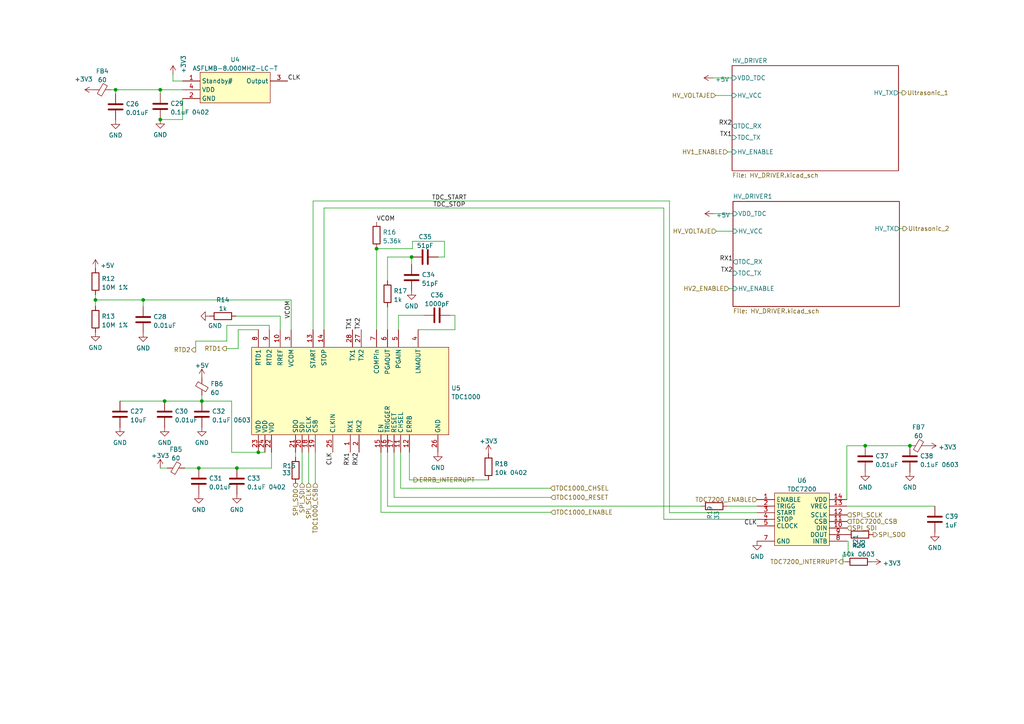
<source format=kicad_sch>
(kicad_sch (version 20211123) (generator eeschema)
  (paper "A4")
  (lib_symbols
    (symbol "Device:C" (pin_numbers hide) (pin_names (offset 0.254))
      (property "Reference" "C" (at 0.635 2.54 0))
      (property "Value" "C" (at 0.635 -2.54 0))
      (symbol "C_0_1"
        (polyline (pts (xy -2.032 -0.762) (xy 2.032 -0.762)) (stroke (width 0.508)))
        (polyline (pts (xy -2.032 0.762) (xy 2.032 0.762)) (stroke (width 0.508)))
      )
      (symbol "C_1_1"
        (pin passive line (at 0 3.81 270) (length 2.794) (name "~") (number "1"))
        (pin passive line (at 0 -3.81 90) (length 2.794) (name "~") (number "2"))
      )
    )
    (symbol "Device:FerriteBead_Small" (pin_numbers hide) (pin_names (offset 0))
      (property "Reference" "FB" (at 1.905 1.27 0))
      (property "Value" "FerriteBead_Small" (at 1.905 -1.27 0))
      (symbol "FerriteBead_Small_0_1"
        (polyline (pts (xy 0 -1.27) (xy 0 -0.7874)))
        (polyline (pts (xy 0 0.889) (xy 0 1.2954)))
        (polyline (pts (xy -1.8288 0.2794) (xy -1.1176 1.4986) (xy 1.8288 -0.2032) (xy 1.1176 -1.4224) (xy -1.8288 0.2794)))
      )
      (symbol "FerriteBead_Small_1_1"
        (pin passive line (at 0 2.54 270) (length 1.27) (name "~") (number "1"))
        (pin passive line (at 0 -2.54 90) (length 1.27) (name "~") (number "2"))
      )
    )
    (symbol "Device:R" (pin_numbers hide) (pin_names (offset 0))
      (property "Reference" "R" (at 2.032 0 90))
      (property "Value" "R" (at 0 0 90))
      (symbol "R_0_1"
        (rectangle (start -1.016 -2.54) (end 1.016 2.54) (stroke (width 0.254)))
      )
      (symbol "R_1_1"
        (pin passive line (at 0 3.81 270) (length 1.27) (name "~") (number "1"))
        (pin passive line (at 0 -3.81 90) (length 1.27) (name "~") (number "2"))
      )
    )
    (symbol "ZembiaNew:ASFLMB-8.000MHZ-LC-T"
      (property "Reference" "U" (at -3.175 -2.54 0))
      (property "Value" "ASFLMB-8.000MHZ-LC-T" (at 7.62 10.795 0))
      (symbol "ASFLMB-8.000MHZ-LC-T_0_1"
        (rectangle (start -3.175 8.89) (end 17.145 0) (stroke (width 0.1524)) (fill (type background)))
      )
      (symbol "ASFLMB-8.000MHZ-LC-T_1_1"
        (pin input line (at -8.255 6.35 0) (length 5.08) (name "Standby#") (number "1"))
        (pin input line (at -8.255 1.27 0) (length 5.08) (name "GND") (number "2"))
        (pin input line (at 22.225 6.35 180) (length 5.08) (name "Output") (number "3"))
        (pin input line (at -8.255 3.81 0) (length 5.08) (name "VDD") (number "4"))
      )
    )
    (symbol "ZembiaNew:TDC1000"
      (property "Reference" "U" (at 0 0 0))
      (property "Value" "TDC1000" (at 0 0 0))
      (symbol "TDC1000_0_1"
        (rectangle (start -8.255 64.77) (end 17.145 7.62) (stroke (width 0.1524)) (fill (type background)))
      )
      (symbol "TDC1000_1_1"
        (pin input line (at -13.335 36.195 0) (length 5.08) (name "RX1") (number "1"))
        (pin output line (at 22.225 56.515 180) (length 5.08) (name "RREF") (number "10"))
        (pin input line (at -13.335 21.59 0) (length 5.08) (name "CHSEL") (number "11"))
        (pin output line (at -13.335 19.05 0) (length 5.08) (name "ERRB") (number "12"))
        (pin output line (at 22.225 46.99 180) (length 5.08) (name "START") (number "13"))
        (pin output line (at 22.225 43.815 180) (length 5.08) (name "STOP") (number "14"))
        (pin input line (at -13.335 27.305 0) (length 5.08) (name "EN") (number "15"))
        (pin input line (at -13.335 25.4 0) (length 5.08) (name "TRIGGER") (number "16"))
        (pin input line (at -13.335 23.495 0) (length 5.08) (name "RESET") (number "17"))
        (pin input line (at -13.335 48.26 0) (length 5.08) (name "SCLK") (number "18"))
        (pin input line (at -13.335 46.355 0) (length 5.08) (name "CSB") (number "19"))
        (pin input line (at -13.335 33.655 0) (length 5.08) (name "RX2") (number "2"))
        (pin input line (at -13.335 50.165 0) (length 5.08) (name "SDI") (number "20"))
        (pin output line (at -13.335 52.07 0) (length 5.08) (name "SDO") (number "21"))
        (pin passive line (at -13.335 59.055 0) (length 5.08) (name "VIO") (number "22"))
        (pin passive line (at -13.335 62.865 0) (length 5.08) (name "VDD") (number "23"))
        (pin passive line (at -13.335 60.96 0) (length 5.08) (name "VDD") (number "24"))
        (pin input line (at -13.335 41.275 0) (length 5.08) (name "CLKIN") (number "25"))
        (pin passive line (at -13.335 10.795 0) (length 5.08) (name "GND") (number "26"))
        (pin output line (at 22.225 33.02 180) (length 5.08) (name "TX2") (number "27"))
        (pin output line (at 22.225 35.56 180) (length 5.08) (name "TX1") (number "28"))
        (pin passive line (at 22.225 53.34 180) (length 5.08) (name "VCOM") (number "3"))
        (pin output line (at 22.225 16.51 180) (length 5.08) (name "LNAOUT") (number "4"))
        (pin passive line (at 22.225 22.225 180) (length 5.08) (name "PGAIN") (number "5"))
        (pin passive line (at 22.225 25.4 180) (length 5.08) (name "PGAOUT") (number "6"))
        (pin passive line (at 22.225 28.575 180) (length 5.08) (name "COMPin") (number "7"))
        (pin output line (at 22.225 62.865 180) (length 5.08) (name "RTD1") (number "8"))
        (pin output line (at 22.225 59.69 180) (length 5.08) (name "RTD2") (number "9"))
      )
    )
    (symbol "ZembiaNew:TDC7200"
      (property "Reference" "U5" (at 4.7625 20.159 0))
      (property "Value" "TDC7200" (at 4.7625 17.6221 0))
      (symbol "TDC7200_0_1"
        (rectangle (start -3.175 16.51) (end 12.7 1.27) (stroke (width 0.1524)) (fill (type background)))
      )
      (symbol "TDC7200_1_1"
        (pin input line (at -8.255 14.605 0) (length 5.08) (name "ENABLE") (number "1"))
        (pin input line (at 17.78 6.35 180) (length 5.08) (name "DIN") (number "10"))
        (pin input line (at 17.78 8.255 180) (length 5.08) (name "CSB") (number "11"))
        (pin input line (at 17.78 10.16 180) (length 5.08) (name "SCLK") (number "12"))
        (pin input line (at 17.78 12.7 180) (length 5.08) (name "VREG") (number "13"))
        (pin input line (at 17.78 14.605 180) (length 5.08) (name "VDD") (number "14"))
        (pin input line (at -8.255 12.7 0) (length 5.08) (name "TRIGG") (number "2"))
        (pin input line (at -8.255 10.795 0) (length 5.08) (name "START") (number "3"))
        (pin input line (at -8.255 8.89 0) (length 5.08) (name "STOP") (number "4"))
        (pin input line (at -8.255 6.985 0) (length 5.08) (name "CLOCK") (number "5"))
        (pin no_connect line (at -3.175 5.08 180) (length 5.08) hide (name "nc") (number "6"))
        (pin input line (at -8.255 2.54 0) (length 5.08) (name "GND") (number "7"))
        (pin input line (at 17.78 2.54 180) (length 5.08) (name "INTB") (number "8"))
        (pin input line (at 17.78 4.445 180) (length 5.08) (name "DOUT") (number "9"))
      )
    )
    (symbol "power:+3V3" (power) (pin_names (offset 0))
      (property "Value" "+3V3" (at 0 3.556 0))
      (symbol "+3V3_0_1"
        (polyline (pts (xy -0.762 1.27) (xy 0 2.54)))
        (polyline (pts (xy 0 0) (xy 0 2.54)))
        (polyline (pts (xy 0 2.54) (xy 0.762 1.27)))
      )
      (symbol "+3V3_1_1"
        (pin power_in line (at 0 0 90) (length 0) hide (name "+3V3") (number "1"))
      )
    )
    (symbol "power:+5V" (power) (pin_names (offset 0))
      (property "Value" "+5V" (at 0 3.556 0))
      (symbol "+5V_0_1"
        (polyline (pts (xy -0.762 1.27) (xy 0 2.54)))
        (polyline (pts (xy 0 0) (xy 0 2.54)))
        (polyline (pts (xy 0 2.54) (xy 0.762 1.27)))
      )
      (symbol "+5V_1_1"
        (pin power_in line (at 0 0 90) (length 0) hide (name "+5V") (number "1"))
      )
    )
    (symbol "power:GND" (power) (pin_names (offset 0))
      (property "Value" "GND" (at 0 -3.81 0))
      (symbol "GND_0_1"
        (polyline (pts (xy 0 0) (xy 0 -1.27) (xy 1.27 -1.27) (xy 0 -2.54) (xy -1.27 -1.27) (xy 0 -1.27)))
      )
      (symbol "GND_1_1"
        (pin power_in line (at 0 0 270) (length 0) hide (name "GND") (number "1"))
      )
    )
  )
  (junction (at 119.38 74.549))
  (junction (at 41.529 86.995))
  (junction (at 46.482 26.035))
  (junction (at 263.906 129.286))
  (junction (at 33.528 26.035))
  (junction (at 109.22 72.136))
  (junction (at 46.482 34.671))
  (junction (at 68.707 135.763))
  (junction (at 74.93 131.191))
  (junction (at 57.658 135.763))
  (junction (at 27.686 86.995))
  (junction (at 58.547 116.332))
  (junction (at 47.752 116.332))
  (junction (at 250.952 129.286))
  (wire (pts (xy 41.529 86.995) (xy 84.455 86.995)))
  (wire (pts (xy 69.088 95.631) (xy 69.088 101.092)))
  (wire (pts (xy 207.772 67.056) (xy 212.598 67.056)))
  (wire (pts (xy 245.618 146.812) (xy 271.145 146.812)))
  (wire (pts (xy 245.999 160.909) (xy 244.475 160.909)))
  (wire (pts (xy 91.44 131.191) (xy 91.44 140.081)))
  (wire (pts (xy 109.22 72.136) (xy 109.22 95.631)))
  (wire (pts (xy 56.769 98.933) (xy 56.769 101.473)))
  (wire (pts (xy 32.258 26.035) (xy 33.528 26.035)))
  (wire (pts (xy 34.798 116.332) (xy 47.752 116.332)))
  (wire (pts (xy 27.686 85.471) (xy 27.686 86.995)))
  (wire (pts (xy 115.57 91.44) (xy 115.57 95.631)))
  (wire (pts (xy 85.725 131.191) (xy 85.725 132.588)))
  (wire (pts (xy 194.183 58.293) (xy 194.183 148.717)))
  (wire (pts (xy 245.618 156.972) (xy 245.999 156.972)))
  (wire (pts (xy 110.49 148.59) (xy 159.766 148.59)))
  (wire (pts (xy 192.532 150.622) (xy 192.532 60.325)))
  (wire (pts (xy 245.618 144.907) (xy 245.618 129.286)))
  (wire (pts (xy 33.528 26.035) (xy 46.482 26.035)))
  (wire (pts (xy 210.947 146.812) (xy 219.583 146.812)))
  (wire (pts (xy 119.634 72.136) (xy 109.22 72.136)))
  (wire (pts (xy 65.786 98.933) (xy 56.769 98.933)))
  (wire (pts (xy 131.953 91.44) (xy 130.556 91.44)))
  (wire (pts (xy 219.583 150.622) (xy 192.532 150.622)))
  (wire (pts (xy 116.205 141.605) (xy 159.639 141.605)))
  (wire (pts (xy 250.952 129.286) (xy 263.906 129.286)))
  (wire (pts (xy 74.93 131.191) (xy 76.835 131.191)))
  (wire (pts (xy 50.165 23.495) (xy 50.165 21.59)))
  (wire (pts (xy 119.38 74.549) (xy 119.38 76.708)))
  (wire (pts (xy 260.604 26.924) (xy 261.62 26.924)))
  (wire (pts (xy 90.805 58.293) (xy 194.183 58.293)))
  (wire (pts (xy 206.756 22.606) (xy 212.344 22.606)))
  (wire (pts (xy 112.395 146.812) (xy 203.327 146.812)))
  (wire (pts (xy 57.658 135.763) (xy 68.707 135.763)))
  (wire (pts (xy 27.686 86.995) (xy 41.529 86.995)))
  (wire (pts (xy 114.3 144.272) (xy 159.766 144.272)))
  (wire (pts (xy 207.01 61.976) (xy 212.598 61.976)))
  (wire (pts (xy 115.57 91.44) (xy 122.936 91.44)))
  (wire (pts (xy 67.183 116.332) (xy 58.547 116.332)))
  (wire (pts (xy 84.455 86.995) (xy 84.455 95.631)))
  (wire (pts (xy 112.395 89.027) (xy 112.395 95.631)))
  (wire (pts (xy 192.532 60.325) (xy 93.98 60.325)))
  (wire (pts (xy 244.475 160.909) (xy 244.475 162.941)))
  (wire (pts (xy 112.395 131.191) (xy 112.395 146.812)))
  (wire (pts (xy 52.959 23.495) (xy 50.165 23.495)))
  (wire (pts (xy 81.28 91.694) (xy 68.453 91.694)))
  (wire (pts (xy 46.482 135.763) (xy 48.514 135.763)))
  (wire (pts (xy 260.858 66.294) (xy 261.874 66.294)))
  (wire (pts (xy 110.49 131.191) (xy 110.49 148.59)))
  (wire (pts (xy 67.183 131.191) (xy 67.183 116.332)))
  (wire (pts (xy 119.634 69.977) (xy 119.634 72.136)))
  (wire (pts (xy 47.752 116.332) (xy 58.547 116.332)))
  (wire (pts (xy 53.594 135.763) (xy 57.658 135.763)))
  (wire (pts (xy 27.686 86.995) (xy 27.686 88.773)))
  (wire (pts (xy 119.38 74.549) (xy 119.507 74.549)))
  (wire (pts (xy 121.285 95.631) (xy 131.953 95.631)))
  (wire (pts (xy 118.745 131.191) (xy 118.745 139.192)))
  (wire (pts (xy 245.618 129.286) (xy 250.952 129.286)))
  (wire (pts (xy 112.395 74.549) (xy 119.38 74.549)))
  (wire (pts (xy 65.659 101.092) (xy 69.088 101.092)))
  (wire (pts (xy 74.93 95.631) (xy 69.088 95.631)))
  (wire (pts (xy 81.28 95.631) (xy 81.28 91.694)))
  (wire (pts (xy 78.74 135.763) (xy 78.74 131.191)))
  (wire (pts (xy 93.98 60.325) (xy 93.98 95.631)))
  (wire (pts (xy 67.183 131.191) (xy 74.93 131.191)))
  (wire (pts (xy 194.183 148.717) (xy 219.583 148.717)))
  (wire (pts (xy 211.455 83.693) (xy 212.598 83.693)))
  (wire (pts (xy 46.482 27.051) (xy 46.482 26.035)))
  (wire (pts (xy 118.745 139.192) (xy 141.6832 139.192)))
  (wire (pts (xy 65.786 94.361) (xy 65.786 98.933)))
  (wire (pts (xy 58.547 114.681) (xy 58.547 116.332)))
  (wire (pts (xy 211.074 44.069) (xy 212.344 44.069)))
  (wire (pts (xy 78.105 95.631) (xy 78.105 94.361)))
  (wire (pts (xy 33.528 27.178) (xy 33.528 26.035)))
  (wire (pts (xy 52.959 28.575) (xy 52.959 34.671)))
  (wire (pts (xy 68.707 135.763) (xy 78.74 135.763)))
  (wire (pts (xy 131.953 95.631) (xy 131.953 91.44)))
  (wire (pts (xy 116.205 131.191) (xy 116.205 141.605)))
  (wire (pts (xy 207.518 27.686) (xy 212.344 27.686)))
  (wire (pts (xy 52.959 34.671) (xy 46.482 34.671)))
  (wire (pts (xy 41.529 86.995) (xy 41.529 88.9)))
  (wire (pts (xy 128.905 74.549) (xy 128.905 69.977)))
  (wire (pts (xy 114.3 131.191) (xy 114.3 144.272)))
  (wire (pts (xy 109.22 72.009) (xy 109.22 72.136)))
  (wire (pts (xy 78.105 94.361) (xy 65.786 94.361)))
  (wire (pts (xy 46.482 26.035) (xy 52.959 26.035)))
  (wire (pts (xy 90.805 95.631) (xy 90.805 58.293)))
  (wire (pts (xy 112.395 81.407) (xy 112.395 74.549)))
  (wire (pts (xy 127.127 74.549) (xy 128.905 74.549)))
  (wire (pts (xy 244.475 162.941) (xy 245.237 162.941)))
  (wire (pts (xy 89.535 131.191) (xy 89.535 140.081)))
  (wire (pts (xy 245.999 156.972) (xy 245.999 160.909)))
  (wire (pts (xy 128.905 69.977) (xy 119.634 69.977)))
  (wire (pts (xy 87.63 131.191) (xy 87.63 140.081)))
  (label "TDC_START" (at 125.222 58.293 0))
  (label "TX1" (at 102.235 95.631 90))
  (label "TX1" (at 212.344 39.878 180))
  (label "TX2" (at 212.598 79.248 180))
  (label "RX1" (at 101.6 131.191 270))
  (label "VCOM" (at 84.455 87.122 270))
  (label "TDC_STOP" (at 125.603 60.325 0))
  (label "RX2" (at 104.14 131.191 270))
  (label "RX2" (at 212.344 36.576 180))
  (label "CLK" (at 219.583 152.527 180))
  (label "CLK" (at 96.52 131.191 270))
  (label "RX1" (at 212.598 75.946 180))
  (label "VCOM" (at 109.22 64.389 0))
  (label "CLK" (at 83.439 23.495 0))
  (label "TX2" (at 104.775 95.631 90))
  (hierarchical_label "SPI_SDO" (shape output) (at 85.725 140.208 270))
  (hierarchical_label "TDC1000_CSB" (shape input) (at 91.44 140.081 270))
  (hierarchical_label "HV_VOLTAJE" (shape input) (at 207.772 67.056 180))
  (hierarchical_label "Ultrasonic_1" (shape output) (at 261.62 26.924 0))
  (hierarchical_label "Ultrasonic_2" (shape output) (at 261.874 66.294 0))
  (hierarchical_label "TDC1000_RESET" (shape input) (at 159.766 144.272 0))
  (hierarchical_label "HV_VOLTAJE" (shape input) (at 207.518 27.686 180))
  (hierarchical_label "ERRB_INTERRUPT" (shape output) (at 120.015 139.192 0))
  (hierarchical_label "RTD2" (shape output) (at 56.769 101.473 180))
  (hierarchical_label "HV1_ENABLE" (shape input) (at 211.074 44.069 180))
  (hierarchical_label "TDC7200_ENABLE" (shape input) (at 219.583 144.907 180))
  (hierarchical_label "SPI_SCLK" (shape input) (at 245.618 149.352 0))
  (hierarchical_label "SPI_SCLK" (shape input) (at 89.535 140.081 270))
  (hierarchical_label "SPI_SDI" (shape input) (at 245.618 153.162 0))
  (hierarchical_label "TDC7200_CSB" (shape input) (at 245.618 151.257 0))
  (hierarchical_label "TDC1000_ENABLE" (shape input) (at 159.766 148.59 0))
  (hierarchical_label "TDC7200_INTERRUPT" (shape output) (at 244.475 162.941 180))
  (hierarchical_label "TDC1000_CHSEL" (shape input) (at 159.639 141.605 0))
  (hierarchical_label "SPI_SDO" (shape output) (at 253.238 155.067 0))
  (hierarchical_label "HV2_ENABLE" (shape input) (at 211.455 83.693 180))
  (hierarchical_label "RTD1" (shape output) (at 65.659 101.092 180))
  (hierarchical_label "SPI_SDI" (shape input) (at 87.63 140.081 270))
  (symbol (lib_id "power:+5V") (at 27.686 77.851 0) (unit 1)
    (property "Reference" "#PWR0145" (effects hide))
    (property "Value" "+5V" (at 29.083 77.0148 0) (effects (justify left)))
  )
  (symbol (lib_id "Device:C") (at 263.906 133.096 0) (unit 1)
    (property "Reference" "C38" (at 266.827 132.2613 0) (effects (justify left)))
    (property "Value" "0.1uF 0603" (at 266.827 134.7982 0) (effects (justify left)))
    (property "Footprint" "Capacitor_SMD:C_0603_1608Metric" (effects hide))
    (property "MPN" "C0603C104K5RAC3121" (effects hide))
  )
  (symbol (lib_id "power:GND") (at 68.707 143.383 0) (unit 1)
    (property "Reference" "#PWR0137" (effects hide))
    (property "Value" "GND" (at 68.707 147.8264 0))
  )
  (symbol (lib_id "ZembiaNew:TDC1000") (at 137.795 117.856 90) (unit 1)
    (property "Reference" "U5" (at 130.8862 112.5763 90) (effects (justify right)))
    (property "Value" "TDC1000" (at 130.8862 115.1132 90) (effects (justify right)))
    (property "Footprint" "Package_SO:TSSOP-28_4.4x9.7mm_P0.65mm" (effects hide))
    (property "MPN" "TDC1000PW" (effects hide))
  )
  (symbol (lib_id "Device:FerriteBead_Small") (at 58.547 112.141 180) (unit 1)
    (property "Reference" "FB6" (at 61.0108 111.3444 0) (effects (justify right)))
    (property "Value" "60" (at 61.0108 113.8813 0) (effects (justify right)))
    (property "Footprint" "Inductor_SMD:L_0402_1005Metric" (effects hide))
    (property "MPN" "ACML-0402HC-600-T" (effects hide))
  )
  (symbol (lib_id "power:+3V3") (at 50.165 21.59 0) (unit 1)
    (property "Reference" "#PWR0147" (effects hide))
    (property "Value" "+3V3" (at 53.213 16.002 90) (effects (justify right)))
  )
  (symbol (lib_id "Device:R") (at 249.428 155.067 90) (unit 1)
    (property "Reference" "R21" (at 248.158 158.877 0) (effects (justify left)))
    (property "Value" "33" (at 250.19 159.004 0) (effects (justify left)))
    (property "Footprint" "Resistor_SMD:R_0402_1005Metric" (effects hide))
    (property "MPN" "CR0402-FX-33R0GLF" (effects hide))
  )
  (symbol (lib_id "Device:FerriteBead_Small") (at 51.054 135.763 90) (unit 1)
    (property "Reference" "FB5" (at 51.0159 130.3614 90))
    (property "Value" "60" (at 51.0159 132.8983 90))
    (property "Footprint" "Inductor_SMD:L_0402_1005Metric" (effects hide))
    (property "MPN" "ACML-0402HC-600-T" (effects hide))
  )
  (symbol (lib_id "Device:R") (at 64.643 91.694 90) (unit 1)
    (property "Reference" "R14" (at 64.643 86.9782 90))
    (property "Value" "1k" (at 64.643 89.5151 90))
    (property "Footprint" "Resistor_SMD:R_0402_1005Metric" (effects hide))
    (property "MPN" "RC0402JR-071KL" (effects hide))
  )
  (symbol (lib_id "power:GND") (at 219.583 156.972 0) (unit 1)
    (property "Reference" "#PWR0141" (effects hide))
    (property "Value" "GND" (at 219.583 161.4154 0))
  )
  (symbol (lib_id "Device:C") (at 34.798 120.142 0) (unit 1)
    (property "Reference" "C27" (at 37.719 119.3073 0) (effects (justify left)))
    (property "Value" "10uF" (at 37.719 121.8442 0) (effects (justify left)))
    (property "Footprint" "Capacitor_SMD:C_0805_2012Metric" (effects hide))
    (property "MPN" "GRM21BR6YA106ME43L" (effects hide))
  )
  (symbol (lib_id "power:+3V3") (at 252.857 162.941 270) (unit 1)
    (property "Reference" "#PWR0142" (effects hide))
    (property "Value" "+3V3" (at 256.032 163.3748 90) (effects (justify left)))
  )
  (symbol (lib_id "ZembiaNew:ASFLMB-8.000MHZ-LC-T") (at 61.214 29.845 0) (unit 1)
    (property "Reference" "U4" (at 68.199 17.306 0))
    (property "Value" "ASFLMB-8.000MHZ-LC-T" (at 68.199 19.8429 0))
    (property "Footprint" "zembia-footprints:ASFLMB" (effects hide))
    (property "MPN" "ASFLMB-8.000MHZ-LC-T" (effects hide))
  )
  (symbol (lib_id "power:+5V") (at 206.756 22.606 90) (unit 1)
    (property "Reference" "#PWR0161" (effects hide))
    (property "Value" "+5V" (at 207.391 23.0398 90) (effects (justify right)))
  )
  (symbol (lib_id "power:GND") (at 57.658 143.383 0) (unit 1)
    (property "Reference" "#PWR0136" (effects hide))
    (property "Value" "GND" (at 57.658 147.8264 0))
  )
  (symbol (lib_id "power:GND") (at 41.529 96.52 0) (unit 1)
    (property "Reference" "#PWR0156" (effects hide))
    (property "Value" "GND" (at 41.529 100.9634 0))
  )
  (symbol (lib_id "Device:R") (at 27.686 92.583 0) (unit 1)
    (property "Reference" "R13" (at 29.464 91.7483 0) (effects (justify left)))
    (property "Value" "10M 1%" (at 29.464 94.2852 0) (effects (justify left)))
    (property "Footprint" "Resistor_SMD:R_0402_1005Metric" (effects hide))
    (property "MPN" "RC0402FR-0710ML" (effects hide))
  )
  (symbol (lib_id "power:GND") (at 60.833 91.694 270) (unit 1)
    (property "Reference" "#PWR0155" (effects hide))
    (property "Value" "GND" (at 60.325 94.488 90) (effects (justify left)))
  )
  (symbol (lib_id "Device:C") (at 271.145 150.622 0) (unit 1)
    (property "Reference" "C39" (at 274.066 149.7873 0) (effects (justify left)))
    (property "Value" "1uF" (at 274.066 152.3242 0) (effects (justify left)))
    (property "Footprint" "Capacitor_SMD:C_0805_2012Metric" (effects hide))
    (property "MPN" "C2012JB1V105M085AB" (effects hide))
  )
  (symbol (lib_id "Device:R") (at 141.6832 135.382 0) (unit 1)
    (property "Reference" "R18" (at 143.4612 134.5473 0) (effects (justify left)))
    (property "Value" "10k 0402" (at 143.4612 137.0842 0) (effects (justify left)))
    (property "Footprint" "Resistor_SMD:R_0402_1005Metric" (effects hide))
    (property "MPN" "WR04X1002FTL" (effects hide))
  )
  (symbol (lib_id "power:GND") (at 34.798 123.952 0) (unit 1)
    (property "Reference" "#PWR0154" (effects hide))
    (property "Value" "GND" (at 34.798 128.3954 0))
  )
  (symbol (lib_id "power:GND") (at 58.547 123.952 0) (unit 1)
    (property "Reference" "#PWR0159" (effects hide))
    (property "Value" "GND" (at 58.547 128.3954 0))
  )
  (symbol (lib_id "power:GND") (at 263.906 136.906 0) (unit 1)
    (property "Reference" "#PWR0144" (effects hide))
    (property "Value" "GND" (at 263.906 141.3494 0))
  )
  (symbol (lib_id "Device:R") (at 85.725 136.398 0) (unit 1)
    (property "Reference" "R15" (at 81.915 135.128 0) (effects (justify left)))
    (property "Value" "33" (at 81.788 137.16 0) (effects (justify left)))
    (property "Footprint" "Resistor_SMD:R_0402_1005Metric" (effects hide))
    (property "MPN" "CR0402-FX-33R0GLF" (effects hide))
  )
  (symbol (lib_id "power:GND") (at 127 131.191 0) (unit 1)
    (property "Reference" "#PWR0138" (effects hide))
    (property "Value" "GND" (at 127 135.6344 0))
  )
  (symbol (lib_id "Device:C") (at 47.752 120.142 0) (unit 1)
    (property "Reference" "C30" (at 50.673 119.3073 0) (effects (justify left)))
    (property "Value" "0.01uF" (at 50.673 121.8442 0) (effects (justify left)))
    (property "Footprint" "Capacitor_SMD:C_0402_1005Metric" (effects hide))
    (property "MPN" "CC0402JRX7R9BB103" (effects hide))
  )
  (symbol (lib_id "Device:C") (at 250.952 133.096 0) (unit 1)
    (property "Reference" "C37" (at 253.873 132.2613 0) (effects (justify left)))
    (property "Value" "0.01uF" (at 253.873 134.7982 0) (effects (justify left)))
    (property "Footprint" "Capacitor_SMD:C_0402_1005Metric" (effects hide))
    (property "MPN" "CC0402JRX7R9BB103" (effects hide))
  )
  (symbol (lib_id "power:+5V") (at 58.547 109.601 0) (unit 1)
    (property "Reference" "#PWR0158" (effects hide))
    (property "Value" "+5V" (at 58.547 106.0252 0))
  )
  (symbol (lib_id "Device:C") (at 41.529 92.71 0) (unit 1)
    (property "Reference" "C28" (at 44.45 91.8753 0) (effects (justify left)))
    (property "Value" "0.01uF" (at 44.45 94.4122 0) (effects (justify left)))
    (property "Footprint" "Capacitor_SMD:C_0402_1005Metric" (effects hide))
    (property "MPN" "CC0402JRX7R9BB103" (effects hide))
  )
  (symbol (lib_id "Device:C") (at 68.707 139.573 0) (unit 1)
    (property "Reference" "C33" (at 71.628 138.7383 0) (effects (justify left)))
    (property "Value" "0.1uF 0402" (at 71.628 141.2752 0) (effects (justify left)))
    (property "Footprint" "Capacitor_SMD:C_0402_1005Metric" (effects hide))
    (property "MPN" "CL05F104ZO5NNND" (effects hide))
  )
  (symbol (lib_id "Device:C") (at 57.658 139.573 0) (unit 1)
    (property "Reference" "C31" (at 60.579 138.7383 0) (effects (justify left)))
    (property "Value" "0.01uF" (at 60.579 141.2752 0) (effects (justify left)))
    (property "Footprint" "Capacitor_SMD:C_0402_1005Metric" (effects hide))
    (property "MPN" "CC0402JRX7R9BB103" (effects hide))
  )
  (symbol (lib_id "power:+3V3") (at 46.482 135.763 0) (unit 1)
    (property "Reference" "#PWR0152" (effects hide))
    (property "Value" "+3V3" (at 46.482 132.1584 0))
  )
  (symbol (lib_id "Device:R") (at 27.686 81.661 0) (unit 1)
    (property "Reference" "R12" (at 29.464 80.8263 0) (effects (justify left)))
    (property "Value" "10M 1%" (at 29.464 83.3632 0) (effects (justify left)))
    (property "Footprint" "Resistor_SMD:R_0402_1005Metric" (effects hide))
    (property "MPN" "RC0402FR-0710ML" (effects hide))
  )
  (symbol (lib_id "power:GND") (at 46.482 34.671 0) (unit 1)
    (property "Reference" "#PWR0148" (effects hide))
    (property "Value" "GND" (at 46.482 39.1144 0))
  )
  (symbol (lib_id "Device:C") (at 123.317 74.549 90) (unit 1)
    (property "Reference" "C35" (at 123.317 68.6902 90))
    (property "Value" "51pF" (at 123.317 71.2271 90))
    (property "Footprint" "Capacitor_SMD:C_0402_1005Metric" (effects hide))
    (property "MPN" "CC0402JRNPO9BN510" (effects hide))
  )
  (symbol (lib_id "Device:FerriteBead_Small") (at 29.718 26.035 90) (unit 1)
    (property "Reference" "FB4" (at 29.6799 20.6334 90))
    (property "Value" "60" (at 29.6799 23.1703 90))
    (property "Footprint" "Inductor_SMD:L_0402_1005Metric" (effects hide))
    (property "MPN" "ACML-0402HC-600-T" (effects hide))
  )
  (symbol (lib_id "power:GND") (at 27.686 96.393 0) (unit 1)
    (property "Reference" "#PWR0157" (effects hide))
    (property "Value" "GND" (at 27.686 100.8364 0))
  )
  (symbol (lib_id "power:GND") (at 119.38 84.328 0) (unit 1)
    (property "Reference" "#PWR0150" (effects hide))
    (property "Value" "GND" (at 119.38 88.7714 0))
  )
  (symbol (lib_id "power:+3V3") (at 268.986 129.286 270) (unit 1)
    (property "Reference" "#PWR0160" (effects hide))
    (property "Value" "+3V3" (at 272.161 129.7198 90) (effects (justify left)))
  )
  (symbol (lib_id "Device:C") (at 33.528 30.988 0) (unit 1)
    (property "Reference" "C26" (at 36.449 30.1533 0) (effects (justify left)))
    (property "Value" "0.01uF" (at 36.449 32.6902 0) (effects (justify left)))
    (property "Footprint" "Capacitor_SMD:C_0402_1005Metric" (effects hide))
    (property "MPN" "CC0402JRX7R9BB103" (effects hide))
  )
  (symbol (lib_id "power:+3V3") (at 27.178 26.035 90) (unit 1)
    (property "Reference" "#PWR0149" (effects hide))
    (property "Value" "+3V3" (at 21.59 22.987 90) (effects (justify right)))
  )
  (symbol (lib_id "power:GND") (at 33.528 34.798 0) (unit 1)
    (property "Reference" "#PWR0146" (effects hide))
    (property "Value" "GND" (at 33.528 39.2414 0))
  )
  (symbol (lib_id "power:+5V") (at 207.01 61.976 90) (unit 1)
    (property "Reference" "#PWR0140" (effects hide))
    (property "Value" "+5V" (at 207.645 62.4098 90) (effects (justify right)))
  )
  (symbol (lib_id "Device:C") (at 58.547 120.142 0) (unit 1)
    (property "Reference" "C32" (at 61.468 119.3073 0) (effects (justify left)))
    (property "Value" "0.1uF 0603" (at 61.468 121.8442 0) (effects (justify left)))
    (property "Footprint" "Capacitor_SMD:C_0603_1608Metric" (effects hide))
    (property "MPN" "C0603C104K5RAC3121" (effects hide))
  )
  (symbol (lib_id "power:GND") (at 271.145 154.432 0) (unit 1)
    (property "Reference" "#PWR0143" (effects hide))
    (property "Value" "GND" (at 271.145 158.8754 0))
  )
  (symbol (lib_id "Device:C") (at 126.746 91.44 90) (unit 1)
    (property "Reference" "C36" (at 126.746 85.5812 90))
    (property "Value" "1000pF" (at 126.746 88.1181 90))
    (property "Footprint" "Capacitor_SMD:C_0402_1005Metric" (effects hide))
    (property "MPN" "0402B102J500CT" (effects hide))
  )
  (symbol (lib_id "Device:FerriteBead_Small") (at 266.446 129.286 90) (unit 1)
    (property "Reference" "FB7" (at 266.4079 123.8844 90))
    (property "Value" "60" (at 266.4079 126.4213 90))
    (property "Footprint" "Inductor_SMD:L_0402_1005Metric" (effects hide))
    (property "MPN" "ACML-0402HC-600-T" (effects hide))
  )
  (symbol (lib_id "Device:R") (at 207.137 146.812 90) (unit 1)
    (property "Reference" "R19" (at 205.867 150.622 0) (effects (justify left)))
    (property "Value" "33" (at 207.899 150.749 0) (effects (justify left)))
    (property "Footprint" "Resistor_SMD:R_0402_1005Metric" (effects hide))
    (property "MPN" "CR0402-FX-33R0GLF" (effects hide))
  )
  (symbol (lib_id "ZembiaNew:TDC7200") (at 227.838 159.512 0) (unit 1)
    (property "Reference" "U6" (at 232.6005 139.353 0))
    (property "Value" "TDC7200" (at 232.6005 141.8899 0))
    (property "Footprint" "Package_SO:TSSOP-14_4.4x5mm_P0.65mm" (effects hide))
    (property "MPN" "TDC7200PWR" (effects hide))
  )
  (symbol (lib_id "Device:R") (at 249.047 162.941 270) (unit 1)
    (property "Reference" "R20" (at 249.047 158.2252 90))
    (property "Value" "10k 0603" (at 249.047 160.7621 90))
    (property "Footprint" "Resistor_SMD:R_0603_1608Metric" (effects hide))
    (property "MPN" "CR0603-FX-1002ELF" (effects hide))
  )
  (symbol (lib_id "Device:R") (at 109.22 68.199 0) (unit 1)
    (property "Reference" "R16" (at 110.998 67.3643 0) (effects (justify left)))
    (property "Value" "5.36k" (at 110.998 69.9012 0) (effects (justify left)))
    (property "Footprint" "Resistor_SMD:R_0603_1608Metric" (effects hide))
    (property "MPN" "AC0603FR-075K36L" (effects hide))
  )
  (symbol (lib_id "Device:R") (at 112.395 85.217 0) (unit 1)
    (property "Reference" "R17" (at 114.173 84.3823 0) (effects (justify left)))
    (property "Value" "1k" (at 114.173 86.9192 0) (effects (justify left)))
    (property "Footprint" "Resistor_SMD:R_0402_1005Metric" (effects hide))
    (property "MPN" "RC0402JR-071KL" (effects hide))
  )
  (symbol (lib_id "power:GND") (at 47.752 123.952 0) (unit 1)
    (property "Reference" "#PWR0153" (effects hide))
    (property "Value" "GND" (at 47.752 128.3954 0))
  )
  (symbol (lib_id "power:+3V3") (at 141.6832 131.572 0) (unit 1)
    (property "Reference" "#PWR0151" (effects hide))
    (property "Value" "+3V3" (at 141.6832 127.9674 0))
  )
  (symbol (lib_id "Device:C") (at 119.38 80.518 180) (unit 1)
    (property "Reference" "C34" (at 122.301 79.6833 0) (effects (justify right)))
    (property "Value" "51pF" (at 122.301 82.2202 0) (effects (justify right)))
    (property "Footprint" "Capacitor_SMD:C_0402_1005Metric" (effects hide))
    (property "MPN" "CC0402JRNPO9BN510" (effects hide))
  )
  (symbol (lib_id "Device:C") (at 46.482 30.861 0) (unit 1)
    (property "Reference" "C29" (at 49.403 30.0263 0) (effects (justify left)))
    (property "Value" "0.1uF 0402" (at 49.403 32.5632 0) (effects (justify left)))
    (property "Footprint" "Capacitor_SMD:C_0402_1005Metric" (effects hide))
    (property "MPN" "CL05F104ZO5NNND" (effects hide))
  )
  (symbol (lib_id "power:GND") (at 250.952 136.906 0) (unit 1)
    (property "Reference" "#PWR0139" (effects hide))
    (property "Value" "GND" (at 250.952 141.3494 0))
  )
  (sheet (at 212.598 58.42) (size 48.26 30.48) (stroke (width 0.1524))
    (property "Sheet name" "HV_DRIVER1" (at 212.598 57.7084 0) (effects (justify left bottom)))
    (property "Sheet file" "HV_DRIVER.kicad_sch" (at 212.598 89.4846 0) (effects (justify left top)))
    (pin "HV_TX" output (at 260.858 66.294 0))
    (pin "VDD_TDC" input (at 212.598 61.976 180))
    (pin "TDC_RX" output (at 212.598 75.946 180))
    (pin "TDC_TX" input (at 212.598 79.248 180))
    (pin "HV_VCC" input (at 212.598 67.056 180))
    (pin "HV_ENABLE" input (at 212.598 83.693 180))
  )
  (sheet (at 212.344 19.05) (size 48.26 30.48) (stroke (width 0.1524))
    (property "Sheet name" "HV_DRIVER" (at 212.344 18.3384 0) (effects (justify left bottom)))
    (property "Sheet file" "HV_DRIVER.kicad_sch" (at 212.344 50.1146 0) (effects (justify left top)))
    (pin "HV_TX" output (at 260.604 26.924 0))
    (pin "VDD_TDC" input (at 212.344 22.606 180))
    (pin "TDC_RX" output (at 212.344 36.576 180))
    (pin "TDC_TX" input (at 212.344 39.878 180))
    (pin "HV_VCC" input (at 212.344 27.686 180))
    (pin "HV_ENABLE" input (at 212.344 44.069 180))
  )
)
</source>
